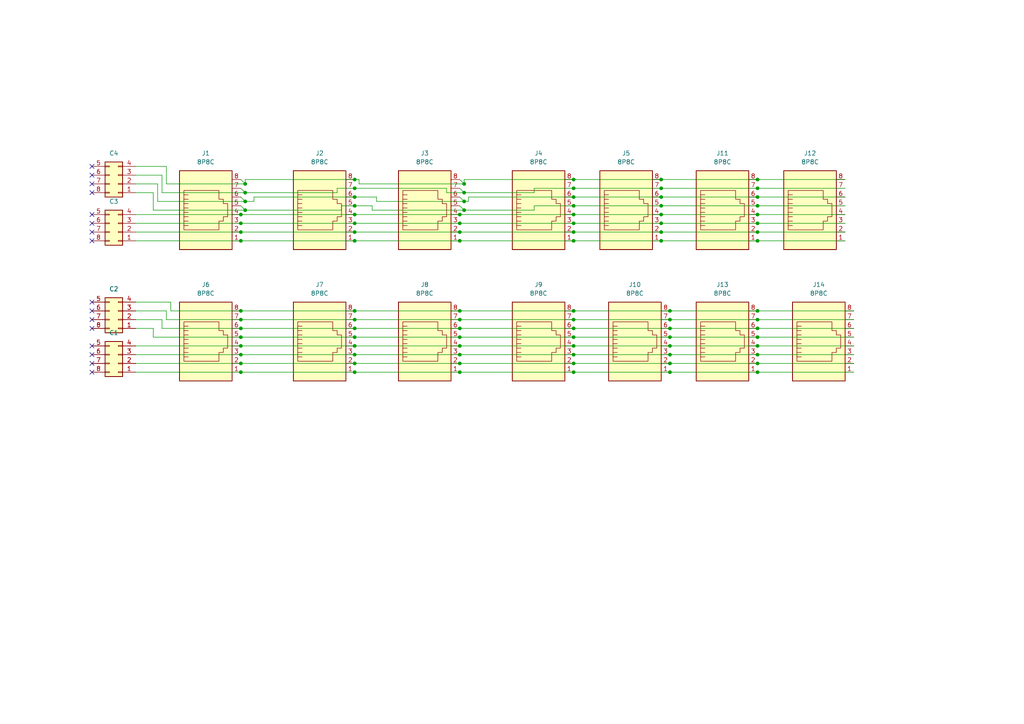
<source format=kicad_sch>
(kicad_sch (version 20211123) (generator eeschema)
  (paper "A4")
  (lib_symbols
    (symbol "Connector:8P8C" (pin_names (offset 1.016))
      (property "Reference" "J" (at -5.08 13.97 0))
      (property "Value" "8P8C" (at 2.54 13.97 0))
      (symbol "8P8C_0_1"
        (polyline (pts (xy -5.08 4.445) (xy -6.35 4.445)))
        (polyline (pts (xy -5.08 5.715) (xy -6.35 5.715)))
        (polyline (pts (xy -6.35 -3.175) (xy -5.08 -3.175) (xy -5.08 -3.175)))
        (polyline (pts (xy -6.35 -1.905) (xy -5.08 -1.905) (xy -5.08 -1.905)))
        (polyline (pts (xy -6.35 -0.635) (xy -5.08 -0.635) (xy -5.08 -0.635)))
        (polyline (pts (xy -6.35 0.635) (xy -5.08 0.635) (xy -5.08 0.635)))
        (polyline (pts (xy -6.35 1.905) (xy -5.08 1.905) (xy -5.08 1.905)))
        (polyline (pts (xy -5.08 3.175) (xy -6.35 3.175) (xy -6.35 3.175)))
        (polyline (pts (xy -6.35 -4.445) (xy -6.35 6.985) (xy 3.81 6.985) (xy 3.81 4.445) (xy 5.08 4.445) (xy 5.08 3.175) (xy 6.35 3.175) (xy 6.35 -0.635) (xy 5.08 -0.635) (xy 5.08 -1.905) (xy 3.81 -1.905) (xy 3.81 -4.445) (xy -6.35 -4.445) (xy -6.35 -4.445)))
        (rectangle (start 7.62 12.7) (end -7.62 -10.16) (stroke (width 0.254)) (fill (type background)))
      )
      (symbol "8P8C_1_1"
        (pin passive line (at 10.16 -7.62 180) (length 2.54) (name "~") (number "1"))
        (pin passive line (at 10.16 -5.08 180) (length 2.54) (name "~") (number "2"))
        (pin passive line (at 10.16 -2.54 180) (length 2.54) (name "~") (number "3"))
        (pin passive line (at 10.16 0 180) (length 2.54) (name "~") (number "4"))
        (pin passive line (at 10.16 2.54 180) (length 2.54) (name "~") (number "5"))
        (pin passive line (at 10.16 5.08 180) (length 2.54) (name "~") (number "6"))
        (pin passive line (at 10.16 7.62 180) (length 2.54) (name "~") (number "7"))
        (pin passive line (at 10.16 10.16 180) (length 2.54) (name "~") (number "8"))
      )
    )
    (symbol "Connector_Generic:Conn_02x04_Counter_Clockwise" (pin_names (offset 1.016) hide)
      (property "Reference" "J" (at 1.27 5.08 0))
      (property "Value" "Conn_02x04_Counter_Clockwise" (at 1.27 -7.62 0))
      (symbol "Conn_02x04_Counter_Clockwise_1_1"
        (rectangle (start -1.27 -4.953) (end 0 -5.207) (stroke (width 0.1524)))
        (rectangle (start -1.27 -2.413) (end 0 -2.667) (stroke (width 0.1524)))
        (rectangle (start -1.27 0.127) (end 0 -0.127) (stroke (width 0.1524)))
        (rectangle (start -1.27 2.667) (end 0 2.413) (stroke (width 0.1524)))
        (rectangle (start -1.27 3.81) (end 3.81 -6.35) (stroke (width 0.254)) (fill (type background)))
        (rectangle (start 3.81 -4.953) (end 2.54 -5.207) (stroke (width 0.1524)))
        (rectangle (start 3.81 -2.413) (end 2.54 -2.667) (stroke (width 0.1524)))
        (rectangle (start 3.81 0.127) (end 2.54 -0.127) (stroke (width 0.1524)))
        (rectangle (start 3.81 2.667) (end 2.54 2.413) (stroke (width 0.1524)))
        (pin passive line (at -5.08 2.54 0) (length 3.81) (name "Pin_1") (number "1"))
        (pin passive line (at -5.08 0 0) (length 3.81) (name "Pin_2") (number "2"))
        (pin passive line (at -5.08 -2.54 0) (length 3.81) (name "Pin_3") (number "3"))
        (pin passive line (at -5.08 -5.08 0) (length 3.81) (name "Pin_4") (number "4"))
        (pin passive line (at 7.62 -5.08 180) (length 3.81) (name "Pin_5") (number "5"))
        (pin passive line (at 7.62 -2.54 180) (length 3.81) (name "Pin_6") (number "6"))
        (pin passive line (at 7.62 0 180) (length 3.81) (name "Pin_7") (number "7"))
        (pin passive line (at 7.62 2.54 180) (length 3.81) (name "Pin_8") (number "8"))
      )
    )
  )
  (junction (at 133.35 100.33))
  (junction (at 219.71 57.15))
  (junction (at 133.35 102.87))
  (junction (at 69.85 102.87))
  (junction (at 102.87 90.17))
  (junction (at 166.37 92.71))
  (junction (at 69.85 100.33))
  (junction (at 133.35 90.17))
  (junction (at 102.87 59.69))
  (junction (at 133.35 62.23))
  (junction (at 69.85 64.77))
  (junction (at 102.87 102.87))
  (junction (at 166.37 64.77))
  (junction (at 194.31 107.95))
  (junction (at 133.35 67.31))
  (junction (at 219.71 69.85))
  (junction (at 194.31 100.33))
  (junction (at 133.35 95.25))
  (junction (at 194.31 90.17))
  (junction (at 219.71 62.23))
  (junction (at 166.37 102.87))
  (junction (at 102.87 69.85))
  (junction (at 166.37 107.95))
  (junction (at 133.35 92.71))
  (junction (at 219.71 67.31))
  (junction (at 219.71 107.95))
  (junction (at 69.85 69.85))
  (junction (at 69.85 90.17))
  (junction (at 219.71 64.77))
  (junction (at 102.87 67.31))
  (junction (at 133.35 69.85))
  (junction (at 133.35 105.41))
  (junction (at 166.37 54.61))
  (junction (at 102.87 95.25))
  (junction (at 166.37 57.15))
  (junction (at 133.35 64.77))
  (junction (at 166.37 67.31))
  (junction (at 166.37 95.25))
  (junction (at 134.62 53.34))
  (junction (at 166.37 69.85))
  (junction (at 102.87 92.71))
  (junction (at 102.87 62.23))
  (junction (at 166.37 52.07))
  (junction (at 219.71 54.61))
  (junction (at 71.12 60.96))
  (junction (at 134.62 60.96))
  (junction (at 166.37 59.69))
  (junction (at 191.77 69.85))
  (junction (at 166.37 97.79))
  (junction (at 191.77 54.61))
  (junction (at 102.87 54.61))
  (junction (at 166.37 62.23))
  (junction (at 69.85 105.41))
  (junction (at 191.77 52.07))
  (junction (at 194.31 102.87))
  (junction (at 166.37 90.17))
  (junction (at 133.35 97.79))
  (junction (at 69.85 107.95))
  (junction (at 102.87 105.41))
  (junction (at 69.85 67.31))
  (junction (at 166.37 105.41))
  (junction (at 69.85 97.79))
  (junction (at 102.87 57.15))
  (junction (at 71.12 55.88))
  (junction (at 71.12 53.34))
  (junction (at 69.85 95.25))
  (junction (at 102.87 64.77))
  (junction (at 166.37 100.33))
  (junction (at 102.87 97.79))
  (junction (at 219.71 52.07))
  (junction (at 102.87 100.33))
  (junction (at 133.35 107.95))
  (junction (at 194.31 97.79))
  (junction (at 191.77 62.23))
  (junction (at 191.77 67.31))
  (junction (at 194.31 105.41))
  (junction (at 194.31 92.71))
  (junction (at 219.71 97.79))
  (junction (at 191.77 59.69))
  (junction (at 134.62 55.88))
  (junction (at 219.71 105.41))
  (junction (at 219.71 100.33))
  (junction (at 219.71 102.87))
  (junction (at 219.71 92.71))
  (junction (at 191.77 57.15))
  (junction (at 69.85 62.23))
  (junction (at 102.87 52.07))
  (junction (at 219.71 95.25))
  (junction (at 194.31 95.25))
  (junction (at 134.62 58.42))
  (junction (at 71.12 58.42))
  (junction (at 69.85 92.71))
  (junction (at 219.71 90.17))
  (junction (at 219.71 59.69))
  (junction (at 102.87 107.95))
  (junction (at 191.77 64.77))
  (no_connect (at 26.67 48.26))
  (no_connect (at 26.67 50.8))
  (no_connect (at 26.67 53.34))
  (no_connect (at 26.67 55.88))
  (no_connect (at 26.67 62.23))
  (no_connect (at 26.67 64.77))
  (no_connect (at 26.67 67.31))
  (no_connect (at 26.67 69.85))
  (no_connect (at 26.67 95.25))
  (no_connect (at 26.67 100.33))
  (no_connect (at 26.67 102.87))
  (no_connect (at 26.67 107.95))
  (no_connect (at 26.67 105.41))
  (no_connect (at 26.67 87.63))
  (no_connect (at 26.67 90.17))
  (no_connect (at 26.67 92.71))
  (wire (pts (xy 102.87 97.79) (xy 133.35 97.79)))
  (wire (pts (xy 45.72 53.34) (xy 39.37 53.34)))
  (wire (pts (xy 46.99 55.88) (xy 71.12 55.88)))
  (wire (pts (xy 49.53 90.17) (xy 69.85 90.17)))
  (wire (pts (xy 104.14 52.07) (xy 102.87 52.07)))
  (wire (pts (xy 69.85 54.61) (xy 71.12 55.88)))
  (wire (pts (xy 107.95 59.69) (xy 107.95 60.96)))
  (wire (pts (xy 102.87 92.71) (xy 133.35 92.71)))
  (wire (pts (xy 109.22 58.42) (xy 109.22 57.15)))
  (wire (pts (xy 49.53 90.17) (xy 49.53 87.63)))
  (wire (pts (xy 97.79 54.61) (xy 102.87 54.61)))
  (wire (pts (xy 166.37 62.23) (xy 191.77 62.23)))
  (wire (pts (xy 219.71 105.41) (xy 247.65 105.41)))
  (wire (pts (xy 102.87 57.15) (xy 73.66 57.15)))
  (wire (pts (xy 191.77 52.07) (xy 219.71 52.07)))
  (wire (pts (xy 48.26 90.17) (xy 48.26 92.71)))
  (wire (pts (xy 69.85 95.25) (xy 102.87 95.25)))
  (wire (pts (xy 133.35 90.17) (xy 166.37 90.17)))
  (wire (pts (xy 39.37 90.17) (xy 48.26 90.17)))
  (wire (pts (xy 46.99 50.8) (xy 46.99 55.88)))
  (wire (pts (xy 97.79 55.88) (xy 97.79 54.61)))
  (wire (pts (xy 102.87 67.31) (xy 133.35 67.31)))
  (wire (pts (xy 129.54 55.88) (xy 134.62 55.88)))
  (wire (pts (xy 71.12 60.96) (xy 99.06 60.96)))
  (wire (pts (xy 104.14 53.34) (xy 104.14 52.07)))
  (wire (pts (xy 191.77 67.31) (xy 219.71 67.31)))
  (wire (pts (xy 39.37 55.88) (xy 44.45 55.88)))
  (wire (pts (xy 73.66 58.42) (xy 71.12 58.42)))
  (wire (pts (xy 99.06 59.69) (xy 102.87 59.69)))
  (wire (pts (xy 39.37 102.87) (xy 69.85 102.87)))
  (wire (pts (xy 194.31 90.17) (xy 219.71 90.17)))
  (wire (pts (xy 133.35 69.85) (xy 166.37 69.85)))
  (wire (pts (xy 154.94 59.69) (xy 166.37 59.69)))
  (wire (pts (xy 219.71 54.61) (xy 245.11 54.61)))
  (wire (pts (xy 44.45 55.88) (xy 44.45 60.96)))
  (wire (pts (xy 191.77 57.15) (xy 219.71 57.15)))
  (wire (pts (xy 133.35 92.71) (xy 166.37 92.71)))
  (wire (pts (xy 133.35 52.07) (xy 134.62 53.34)))
  (wire (pts (xy 133.35 59.69) (xy 134.62 60.96)))
  (wire (pts (xy 194.31 97.79) (xy 219.71 97.79)))
  (wire (pts (xy 39.37 62.23) (xy 69.85 62.23)))
  (wire (pts (xy 219.71 57.15) (xy 245.11 57.15)))
  (wire (pts (xy 69.85 107.95) (xy 102.87 107.95)))
  (wire (pts (xy 133.35 105.41) (xy 166.37 105.41)))
  (wire (pts (xy 44.45 95.25) (xy 39.37 95.25)))
  (wire (pts (xy 219.71 52.07) (xy 245.11 52.07)))
  (wire (pts (xy 102.87 52.07) (xy 71.12 52.07)))
  (wire (pts (xy 219.71 102.87) (xy 247.65 102.87)))
  (wire (pts (xy 71.12 53.34) (xy 48.26 53.34)))
  (wire (pts (xy 134.62 58.42) (xy 109.22 58.42)))
  (wire (pts (xy 69.85 92.71) (xy 102.87 92.71)))
  (wire (pts (xy 102.87 95.25) (xy 133.35 95.25)))
  (wire (pts (xy 44.45 97.79) (xy 69.85 97.79)))
  (wire (pts (xy 219.71 59.69) (xy 245.11 59.69)))
  (wire (pts (xy 39.37 107.95) (xy 69.85 107.95)))
  (wire (pts (xy 69.85 97.79) (xy 102.87 97.79)))
  (wire (pts (xy 219.71 95.25) (xy 247.65 95.25)))
  (wire (pts (xy 166.37 92.71) (xy 194.31 92.71)))
  (wire (pts (xy 166.37 69.85) (xy 191.77 69.85)))
  (wire (pts (xy 166.37 64.77) (xy 191.77 64.77)))
  (wire (pts (xy 194.31 92.71) (xy 219.71 92.71)))
  (wire (pts (xy 129.54 54.61) (xy 129.54 55.88)))
  (wire (pts (xy 219.71 62.23) (xy 245.11 62.23)))
  (wire (pts (xy 73.66 57.15) (xy 73.66 58.42)))
  (wire (pts (xy 191.77 62.23) (xy 219.71 62.23)))
  (wire (pts (xy 166.37 100.33) (xy 194.31 100.33)))
  (wire (pts (xy 134.62 55.88) (xy 154.94 55.88)))
  (wire (pts (xy 102.87 69.85) (xy 133.35 69.85)))
  (wire (pts (xy 194.31 105.41) (xy 219.71 105.41)))
  (wire (pts (xy 194.31 102.87) (xy 219.71 102.87)))
  (wire (pts (xy 69.85 102.87) (xy 102.87 102.87)))
  (wire (pts (xy 39.37 64.77) (xy 69.85 64.77)))
  (wire (pts (xy 102.87 62.23) (xy 133.35 62.23)))
  (wire (pts (xy 191.77 64.77) (xy 219.71 64.77)))
  (wire (pts (xy 166.37 105.41) (xy 194.31 105.41)))
  (wire (pts (xy 133.35 107.95) (xy 166.37 107.95)))
  (wire (pts (xy 39.37 67.31) (xy 69.85 67.31)))
  (wire (pts (xy 166.37 59.69) (xy 191.77 59.69)))
  (wire (pts (xy 194.31 100.33) (xy 219.71 100.33)))
  (wire (pts (xy 133.35 67.31) (xy 166.37 67.31)))
  (wire (pts (xy 102.87 105.41) (xy 133.35 105.41)))
  (wire (pts (xy 133.35 102.87) (xy 166.37 102.87)))
  (wire (pts (xy 191.77 59.69) (xy 219.71 59.69)))
  (wire (pts (xy 107.95 60.96) (xy 134.62 60.96)))
  (wire (pts (xy 133.35 57.15) (xy 134.62 58.42)))
  (wire (pts (xy 102.87 57.15) (xy 109.22 57.15)))
  (wire (pts (xy 166.37 57.15) (xy 191.77 57.15)))
  (wire (pts (xy 71.12 52.07) (xy 71.12 53.34)))
  (wire (pts (xy 39.37 69.85) (xy 69.85 69.85)))
  (wire (pts (xy 69.85 105.41) (xy 102.87 105.41)))
  (wire (pts (xy 69.85 52.07) (xy 71.12 53.34)))
  (wire (pts (xy 69.85 67.31) (xy 102.87 67.31)))
  (wire (pts (xy 69.85 100.33) (xy 102.87 100.33)))
  (wire (pts (xy 44.45 60.96) (xy 71.12 60.96)))
  (wire (pts (xy 39.37 87.63) (xy 49.53 87.63)))
  (wire (pts (xy 69.85 62.23) (xy 102.87 62.23)))
  (wire (pts (xy 134.62 53.34) (xy 104.14 53.34)))
  (wire (pts (xy 45.72 58.42) (xy 45.72 53.34)))
  (wire (pts (xy 69.85 90.17) (xy 102.87 90.17)))
  (wire (pts (xy 219.71 67.31) (xy 245.11 67.31)))
  (wire (pts (xy 166.37 95.25) (xy 194.31 95.25)))
  (wire (pts (xy 133.35 54.61) (xy 134.62 55.88)))
  (wire (pts (xy 166.37 54.61) (xy 191.77 54.61)))
  (wire (pts (xy 133.35 100.33) (xy 166.37 100.33)))
  (wire (pts (xy 39.37 105.41) (xy 69.85 105.41)))
  (wire (pts (xy 39.37 100.33) (xy 69.85 100.33)))
  (wire (pts (xy 219.71 69.85) (xy 245.11 69.85)))
  (wire (pts (xy 166.37 52.07) (xy 134.62 52.07)))
  (wire (pts (xy 102.87 100.33) (xy 133.35 100.33)))
  (wire (pts (xy 133.35 97.79) (xy 166.37 97.79)))
  (wire (pts (xy 69.85 57.15) (xy 71.12 58.42)))
  (wire (pts (xy 71.12 58.42) (xy 45.72 58.42)))
  (wire (pts (xy 102.87 64.77) (xy 133.35 64.77)))
  (wire (pts (xy 219.71 64.77) (xy 245.11 64.77)))
  (wire (pts (xy 48.26 48.26) (xy 39.37 48.26)))
  (wire (pts (xy 134.62 52.07) (xy 134.62 53.34)))
  (wire (pts (xy 154.94 55.88) (xy 154.94 54.61)))
  (wire (pts (xy 102.87 59.69) (xy 107.95 59.69)))
  (wire (pts (xy 219.71 100.33) (xy 247.65 100.33)))
  (wire (pts (xy 166.37 57.15) (xy 135.89 57.15)))
  (wire (pts (xy 219.71 97.79) (xy 247.65 97.79)))
  (wire (pts (xy 134.62 60.96) (xy 154.94 60.96)))
  (wire (pts (xy 191.77 69.85) (xy 219.71 69.85)))
  (wire (pts (xy 191.77 54.61) (xy 219.71 54.61)))
  (wire (pts (xy 135.89 57.15) (xy 135.89 58.42)))
  (wire (pts (xy 166.37 52.07) (xy 191.77 52.07)))
  (wire (pts (xy 44.45 97.79) (xy 44.45 95.25)))
  (wire (pts (xy 39.37 92.71) (xy 46.99 92.71)))
  (wire (pts (xy 102.87 90.17) (xy 133.35 90.17)))
  (wire (pts (xy 133.35 95.25) (xy 166.37 95.25)))
  (wire (pts (xy 48.26 53.34) (xy 48.26 48.26)))
  (wire (pts (xy 102.87 54.61) (xy 129.54 54.61)))
  (wire (pts (xy 166.37 90.17) (xy 194.31 90.17)))
  (wire (pts (xy 69.85 59.69) (xy 71.12 60.96)))
  (wire (pts (xy 166.37 67.31) (xy 191.77 67.31)))
  (wire (pts (xy 219.71 92.71) (xy 247.65 92.71)))
  (wire (pts (xy 154.94 60.96) (xy 154.94 59.69)))
  (wire (pts (xy 133.35 64.77) (xy 166.37 64.77)))
  (wire (pts (xy 69.85 64.77) (xy 102.87 64.77)))
  (wire (pts (xy 69.85 95.25) (xy 46.99 95.25)))
  (wire (pts (xy 194.31 107.95) (xy 219.71 107.95)))
  (wire (pts (xy 166.37 102.87) (xy 194.31 102.87)))
  (wire (pts (xy 154.94 54.61) (xy 166.37 54.61)))
  (wire (pts (xy 194.31 95.25) (xy 219.71 95.25)))
  (wire (pts (xy 102.87 107.95) (xy 133.35 107.95)))
  (wire (pts (xy 69.85 69.85) (xy 102.87 69.85)))
  (wire (pts (xy 166.37 97.79) (xy 194.31 97.79)))
  (wire (pts (xy 135.89 58.42) (xy 134.62 58.42)))
  (wire (pts (xy 219.71 107.95) (xy 247.65 107.95)))
  (wire (pts (xy 166.37 107.95) (xy 194.31 107.95)))
  (wire (pts (xy 102.87 102.87) (xy 133.35 102.87)))
  (wire (pts (xy 71.12 55.88) (xy 97.79 55.88)))
  (wire (pts (xy 46.99 95.25) (xy 46.99 92.71)))
  (wire (pts (xy 219.71 90.17) (xy 247.65 90.17)))
  (wire (pts (xy 99.06 60.96) (xy 99.06 59.69)))
  (wire (pts (xy 39.37 50.8) (xy 46.99 50.8)))
  (wire (pts (xy 133.35 62.23) (xy 166.37 62.23)))
  (wire (pts (xy 48.26 92.71) (xy 69.85 92.71)))
  (symbol (lib_id "Connector:8P8C") (at 59.69 62.23 0) (unit 1)
    (property "Reference" "J1" (at 59.69 44.45 0))
    (property "Value" "8P8C" (at 59.69 46.99 0))
    (property "Footprint" "Mine:Wurth-8P8C-Vertical" (effects hide))
  )
  (symbol (lib_id "Connector:8P8C") (at 156.21 100.33 0) (unit 1)
    (property "Reference" "J9" (at 156.21 82.55 0))
    (property "Value" "8P8C" (at 156.21 85.09 0))
    (property "Footprint" "Mine:Wurth-8P8C-Vertical" (effects hide))
  )
  (symbol (lib_id "Connector_Generic:Conn_02x04_Counter_Clockwise") (at 34.29 105.41 180) (unit 1)
    (property "Reference" "C1" (at 33.02 96.52 0))
    (property "Value" "Conn_02x04_Counter_Clockwise" (effects hide))
    (property "Footprint" "Mine:Weidmuller-4-vertical" (effects hide))
  )
  (symbol (lib_id "Connector_Generic:Conn_02x04_Counter_Clockwise") (at 34.29 92.71 180) (unit 1)
    (property "Reference" "C2" (at 33.02 83.82 0))
    (property "Value" "Conn_02x04_Counter_Clockwise" (effects hide))
    (property "Footprint" "Mine:Weidmuller-4-vertical" (effects hide))
  )
  (symbol (lib_id "Connector:8P8C") (at 234.95 62.23 0) (unit 1)
    (property "Reference" "J12" (at 234.95 44.45 0))
    (property "Value" "8P8C" (at 234.95 46.99 0))
    (property "Footprint" "Mine:Wurth-8P8C-Vertical" (effects hide))
  )
  (symbol (lib_id "Connector_Generic:Conn_02x04_Counter_Clockwise") (at 34.29 53.34 180) (unit 1)
    (property "Reference" "C4" (at 33.02 44.45 0))
    (property "Value" "Conn_02x04_Counter_Clockwise" (effects hide))
    (property "Footprint" "Mine:Weidmuller-4-vertical" (effects hide))
  )
  (symbol (lib_id "Connector:8P8C") (at 92.71 100.33 0) (unit 1)
    (property "Reference" "J7" (at 92.71 82.55 0))
    (property "Value" "8P8C" (at 92.71 85.09 0))
    (property "Footprint" "Mine:Wurth-8P8C-Vertical" (effects hide))
  )
  (symbol (lib_id "Connector:8P8C") (at 123.19 100.33 0) (unit 1)
    (property "Reference" "J8" (at 123.19 82.55 0))
    (property "Value" "8P8C" (at 123.19 85.09 0))
    (property "Footprint" "Mine:Wurth-8P8C-Vertical" (effects hide))
  )
  (symbol (lib_id "Connector:8P8C") (at 156.21 62.23 0) (unit 1)
    (property "Reference" "J4" (at 156.21 44.45 0))
    (property "Value" "8P8C" (at 156.21 46.99 0))
    (property "Footprint" "Mine:Wurth-8P8C-Vertical" (effects hide))
  )
  (symbol (lib_id "Connector_Generic:Conn_02x04_Counter_Clockwise") (at 34.29 67.31 180) (unit 1)
    (property "Reference" "C3" (at 33.02 58.42 0))
    (property "Value" "Conn_02x04_Counter_Clockwise" (effects hide))
    (property "Footprint" "Mine:Weidmuller-4-vertical" (effects hide))
  )
  (symbol (lib_id "Connector:8P8C") (at 237.49 100.33 0) (unit 1)
    (property "Reference" "J14" (at 237.49 82.55 0))
    (property "Value" "8P8C" (at 237.49 85.09 0))
    (property "Footprint" "Mine:Wurth-8P8C-Vertical" (effects hide))
  )
  (symbol (lib_id "Connector:8P8C") (at 209.55 100.33 0) (unit 1)
    (property "Reference" "J13" (at 209.55 82.55 0))
    (property "Value" "8P8C" (at 209.55 85.09 0))
    (property "Footprint" "Mine:Wurth-8P8C-Vertical" (effects hide))
  )
  (symbol (lib_id "Connector:8P8C") (at 92.71 62.23 0) (unit 1)
    (property "Reference" "J2" (at 92.71 44.45 0))
    (property "Value" "8P8C" (at 92.71 46.99 0))
    (property "Footprint" "Mine:Wurth-8P8C-Vertical" (effects hide))
  )
  (symbol (lib_id "Connector:8P8C") (at 181.61 62.23 0) (unit 1)
    (property "Reference" "J5" (at 181.61 44.45 0))
    (property "Value" "8P8C" (at 181.61 46.99 0))
    (property "Footprint" "Mine:Wurth-8P8C-Vertical" (effects hide))
  )
  (symbol (lib_id "Connector:8P8C") (at 184.15 100.33 0) (unit 1)
    (property "Reference" "J10" (at 184.15 82.55 0))
    (property "Value" "8P8C" (at 184.15 85.09 0))
    (property "Footprint" "Mine:Wurth-8P8C-Vertical" (effects hide))
  )
  (symbol (lib_id "Connector:8P8C") (at 123.19 62.23 0) (unit 1)
    (property "Reference" "J3" (at 123.19 44.45 0))
    (property "Value" "8P8C" (at 123.19 46.99 0))
    (property "Footprint" "Mine:Wurth-8P8C-Vertical" (effects hide))
  )
  (symbol (lib_id "Connector:8P8C") (at 209.55 62.23 0) (unit 1)
    (property "Reference" "J11" (at 209.55 44.45 0))
    (property "Value" "8P8C" (at 209.55 46.99 0))
    (property "Footprint" "Mine:Wurth-8P8C-Vertical" (effects hide))
  )
  (symbol (lib_id "Connector:8P8C") (at 59.69 100.33 0) (unit 1)
    (property "Reference" "J6" (at 59.69 82.55 0))
    (property "Value" "8P8C" (at 59.69 85.09 0))
    (property "Footprint" "Mine:Wurth-8P8C-Vertical" (effects hide))
  )
)
</source>
